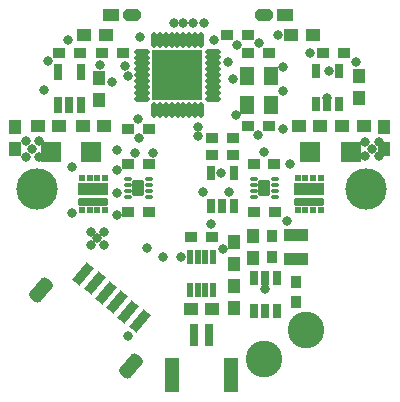
<source format=gts>
G04*
G04 #@! TF.GenerationSoftware,Altium Limited,Altium Designer,20.0.13 (296)*
G04*
G04 Layer_Color=8388736*
%FSLAX24Y24*%
%MOIN*%
G70*
G01*
G75*
G04:AMPARAMS|DCode=46|XSize=31.5mil|YSize=74.8mil|CornerRadius=0mil|HoleSize=0mil|Usage=FLASHONLY|Rotation=140.000|XOffset=0mil|YOffset=0mil|HoleType=Round|Shape=Rectangle|*
%AMROTATEDRECTD46*
4,1,4,0.0361,0.0185,-0.0120,-0.0388,-0.0361,-0.0185,0.0120,0.0388,0.0361,0.0185,0.0*
%
%ADD46ROTATEDRECTD46*%

G04:AMPARAMS|DCode=47|XSize=47.2mil|YSize=86.6mil|CornerRadius=13.8mil|HoleSize=0mil|Usage=FLASHONLY|Rotation=320.000|XOffset=0mil|YOffset=0mil|HoleType=Round|Shape=RoundedRectangle|*
%AMROUNDEDRECTD47*
21,1,0.0472,0.0591,0,0,320.0*
21,1,0.0197,0.0866,0,0,320.0*
1,1,0.0276,-0.0114,-0.0289*
1,1,0.0276,-0.0265,-0.0163*
1,1,0.0276,0.0114,0.0289*
1,1,0.0276,0.0265,0.0163*
%
%ADD47ROUNDEDRECTD47*%
%ADD48R,0.0315X0.0748*%
%ADD49R,0.0472X0.1181*%
%ADD50C,0.1220*%
%ADD51R,0.0480X0.0395*%
%ADD52R,0.0395X0.0480*%
%ADD53R,0.0257X0.0474*%
%ADD54R,0.0380X0.0430*%
%ADD55R,0.0208X0.0474*%
%ADD56R,0.0430X0.0380*%
%ADD57R,0.0787X0.0394*%
G04:AMPARAMS|DCode=58|XSize=100.4mil|YSize=26.2mil|CornerRadius=3.6mil|HoleSize=0mil|Usage=FLASHONLY|Rotation=180.000|XOffset=0mil|YOffset=0mil|HoleType=Round|Shape=RoundedRectangle|*
%AMROUNDEDRECTD58*
21,1,0.1004,0.0189,0,0,180.0*
21,1,0.0931,0.0262,0,0,180.0*
1,1,0.0073,-0.0466,0.0095*
1,1,0.0073,0.0466,0.0095*
1,1,0.0073,0.0466,-0.0095*
1,1,0.0073,-0.0466,-0.0095*
%
%ADD58ROUNDEDRECTD58*%
G04:AMPARAMS|DCode=59|XSize=100.4mil|YSize=43.3mil|CornerRadius=4.9mil|HoleSize=0mil|Usage=FLASHONLY|Rotation=180.000|XOffset=0mil|YOffset=0mil|HoleType=Round|Shape=RoundedRectangle|*
%AMROUNDEDRECTD59*
21,1,0.1004,0.0335,0,0,180.0*
21,1,0.0906,0.0433,0,0,180.0*
1,1,0.0098,-0.0453,0.0167*
1,1,0.0098,0.0453,0.0167*
1,1,0.0098,0.0453,-0.0167*
1,1,0.0098,-0.0453,-0.0167*
%
%ADD59ROUNDEDRECTD59*%
G04:AMPARAMS|DCode=60|XSize=21.7mil|YSize=21.7mil|CornerRadius=4.2mil|HoleSize=0mil|Usage=FLASHONLY|Rotation=180.000|XOffset=0mil|YOffset=0mil|HoleType=Round|Shape=RoundedRectangle|*
%AMROUNDEDRECTD60*
21,1,0.0217,0.0133,0,0,180.0*
21,1,0.0133,0.0217,0,0,180.0*
1,1,0.0084,-0.0066,0.0066*
1,1,0.0084,0.0066,0.0066*
1,1,0.0084,0.0066,-0.0066*
1,1,0.0084,-0.0066,-0.0066*
%
%ADD60ROUNDEDRECTD60*%
G04:AMPARAMS|DCode=61|XSize=15.7mil|YSize=23.6mil|CornerRadius=3.4mil|HoleSize=0mil|Usage=FLASHONLY|Rotation=90.000|XOffset=0mil|YOffset=0mil|HoleType=Round|Shape=RoundedRectangle|*
%AMROUNDEDRECTD61*
21,1,0.0157,0.0167,0,0,90.0*
21,1,0.0089,0.0236,0,0,90.0*
1,1,0.0069,0.0084,0.0044*
1,1,0.0069,0.0084,-0.0044*
1,1,0.0069,-0.0084,-0.0044*
1,1,0.0069,-0.0084,0.0044*
%
%ADD61ROUNDEDRECTD61*%
G04:AMPARAMS|DCode=62|XSize=55.1mil|YSize=39.4mil|CornerRadius=4.6mil|HoleSize=0mil|Usage=FLASHONLY|Rotation=90.000|XOffset=0mil|YOffset=0mil|HoleType=Round|Shape=RoundedRectangle|*
%AMROUNDEDRECTD62*
21,1,0.0551,0.0301,0,0,90.0*
21,1,0.0459,0.0394,0,0,90.0*
1,1,0.0093,0.0151,0.0229*
1,1,0.0093,0.0151,-0.0229*
1,1,0.0093,-0.0151,-0.0229*
1,1,0.0093,-0.0151,0.0229*
%
%ADD62ROUNDEDRECTD62*%
%ADD63R,0.0680X0.0710*%
%ADD64R,0.0513X0.0592*%
%ADD65R,0.0277X0.0552*%
G04:AMPARAMS|DCode=66|XSize=58mil|YSize=43mil|CornerRadius=0mil|HoleSize=0mil|Usage=FLASHONLY|Rotation=180.000|XOffset=0mil|YOffset=0mil|HoleType=Round|Shape=Octagon|*
%AMOCTAGOND66*
4,1,8,-0.0290,0.0108,-0.0290,-0.0108,-0.0183,-0.0215,0.0183,-0.0215,0.0290,-0.0108,0.0290,0.0108,0.0183,0.0215,-0.0183,0.0215,-0.0290,0.0108,0.0*
%
%ADD66OCTAGOND66*%

%ADD67R,0.0580X0.0430*%
%ADD68R,0.1694X0.1694*%
%ADD69O,0.0190X0.0513*%
%ADD70O,0.0513X0.0190*%
%ADD71C,0.1379*%
%ADD72C,0.0316*%
D46*
X37959Y17578D02*
D03*
X38336Y17262D02*
D03*
X38713Y16945D02*
D03*
X39090Y16629D02*
D03*
X39844Y15996D02*
D03*
X39467Y16313D02*
D03*
D47*
X36554Y17036D02*
D03*
X39554Y14518D02*
D03*
D48*
X42146Y15541D02*
D03*
X41654D02*
D03*
D49*
X42874Y14222D02*
D03*
X40926D02*
D03*
D50*
X44000Y14750D02*
D03*
X45400Y15700D02*
D03*
D51*
X41535Y16400D02*
D03*
X42265D02*
D03*
X47315Y22515D02*
D03*
X46585D02*
D03*
X45135D02*
D03*
X45865D02*
D03*
X45615Y25550D02*
D03*
X44885D02*
D03*
X38665Y22500D02*
D03*
X37935D02*
D03*
X36435D02*
D03*
X37165D02*
D03*
X37985Y25550D02*
D03*
X38715D02*
D03*
D52*
X42980Y16450D02*
D03*
Y17180D02*
D03*
X43620Y18115D02*
D03*
Y18845D02*
D03*
X42980Y17925D02*
D03*
Y18655D02*
D03*
X48000Y22465D02*
D03*
Y21735D02*
D03*
X47150Y24165D02*
D03*
Y23435D02*
D03*
X35700Y22465D02*
D03*
Y21735D02*
D03*
X38500Y24115D02*
D03*
Y23385D02*
D03*
D53*
X44404Y16337D02*
D03*
X44030D02*
D03*
X43656D02*
D03*
Y17437D02*
D03*
X44030D02*
D03*
X44404D02*
D03*
X42974Y19849D02*
D03*
X42226D02*
D03*
X42600D02*
D03*
X42226Y20951D02*
D03*
X42974D02*
D03*
X46474Y23249D02*
D03*
X45726D02*
D03*
X46100D02*
D03*
X45726Y24351D02*
D03*
X46474D02*
D03*
D54*
X45050Y17320D02*
D03*
Y16630D02*
D03*
X44240Y18150D02*
D03*
Y18840D02*
D03*
D55*
X41772Y17050D02*
D03*
X41516D02*
D03*
Y18150D02*
D03*
X41772D02*
D03*
X42028D02*
D03*
X42284D02*
D03*
X42028Y17050D02*
D03*
X42284D02*
D03*
D56*
X41560Y18800D02*
D03*
X42250D02*
D03*
X43652Y19651D02*
D03*
X44342D02*
D03*
X44332Y21251D02*
D03*
X43642D02*
D03*
X42260Y21550D02*
D03*
X42950D02*
D03*
X42260Y22100D02*
D03*
X42950D02*
D03*
X44140Y22500D02*
D03*
X43450D02*
D03*
X45960Y24950D02*
D03*
X46650D02*
D03*
X43460D02*
D03*
X44150D02*
D03*
X43450Y25549D02*
D03*
X42760D02*
D03*
X39460Y19650D02*
D03*
X40150D02*
D03*
X40140Y21251D02*
D03*
X39450D02*
D03*
Y22400D02*
D03*
X40140D02*
D03*
X37160Y24950D02*
D03*
X37850D02*
D03*
X39290D02*
D03*
X38600D02*
D03*
D57*
X45040Y18083D02*
D03*
Y18870D02*
D03*
D58*
X45496Y19993D02*
D03*
X38300Y19994D02*
D03*
D59*
X45496Y20422D02*
D03*
X38300Y20423D02*
D03*
D60*
X45112Y20790D02*
D03*
X45368D02*
D03*
X45624D02*
D03*
X45880D02*
D03*
Y19707D02*
D03*
X45624D02*
D03*
X45368D02*
D03*
X45112D02*
D03*
X37916Y20791D02*
D03*
X38172D02*
D03*
X38428D02*
D03*
X38684D02*
D03*
Y19709D02*
D03*
X38428D02*
D03*
X38172D02*
D03*
X37916D02*
D03*
D61*
X43637Y20746D02*
D03*
Y20549D02*
D03*
Y20352D02*
D03*
Y20155D02*
D03*
X44346D02*
D03*
Y20352D02*
D03*
Y20549D02*
D03*
Y20746D02*
D03*
X40154Y20155D02*
D03*
Y20352D02*
D03*
Y20548D02*
D03*
Y20745D02*
D03*
X39446D02*
D03*
Y20548D02*
D03*
Y20352D02*
D03*
Y20155D02*
D03*
D62*
X43992Y20451D02*
D03*
X39800Y20450D02*
D03*
D63*
X46875Y21650D02*
D03*
X45525D02*
D03*
X36875D02*
D03*
X38225D02*
D03*
D64*
X43430Y24190D02*
D03*
X44220D02*
D03*
X43430Y23220D02*
D03*
X44220D02*
D03*
D65*
X37874Y24301D02*
D03*
X37126D02*
D03*
X37500Y23199D02*
D03*
X37126D02*
D03*
X37874D02*
D03*
D66*
X44000Y26197D02*
D03*
X39600D02*
D03*
D67*
X44700D02*
D03*
X38900D02*
D03*
D68*
X41100Y24200D02*
D03*
D69*
X41888Y25370D02*
D03*
X41692D02*
D03*
X41495D02*
D03*
X41298D02*
D03*
X41101D02*
D03*
X40904D02*
D03*
X40707D02*
D03*
X40510D02*
D03*
X40310D02*
D03*
X40316Y23030D02*
D03*
X40512D02*
D03*
X40709D02*
D03*
X40906D02*
D03*
X41103D02*
D03*
X41300D02*
D03*
X41497D02*
D03*
X41694D02*
D03*
X41890D02*
D03*
D70*
X39930Y23416D02*
D03*
Y23612D02*
D03*
Y23809D02*
D03*
Y24006D02*
D03*
Y24203D02*
D03*
Y24400D02*
D03*
Y24597D02*
D03*
Y24794D02*
D03*
Y24990D02*
D03*
X42270Y24994D02*
D03*
Y24798D02*
D03*
Y24601D02*
D03*
Y24404D02*
D03*
Y24207D02*
D03*
Y24010D02*
D03*
Y23813D02*
D03*
Y23616D02*
D03*
Y23420D02*
D03*
D71*
X47372Y20400D02*
D03*
X36428D02*
D03*
D72*
X47570Y21740D02*
D03*
X47820Y21500D02*
D03*
Y21980D02*
D03*
X47350Y21500D02*
D03*
Y21980D02*
D03*
X36250Y21760D02*
D03*
X36470Y21490D02*
D03*
Y22010D02*
D03*
X36060Y21490D02*
D03*
X36040Y22020D02*
D03*
X41700Y24690D02*
D03*
X41688Y24207D02*
D03*
X41780Y22490D02*
D03*
Y22170D02*
D03*
X42940Y24080D02*
D03*
X42781Y24651D02*
D03*
X39830Y22120D02*
D03*
X40300Y21625D02*
D03*
X39678D02*
D03*
X39450Y15520D02*
D03*
X39100Y21700D02*
D03*
X36640Y23710D02*
D03*
X37460Y25380D02*
D03*
X39860Y25480D02*
D03*
X47040Y24650D02*
D03*
X43795Y22227D02*
D03*
X43970Y21630D02*
D03*
X44760Y19360D02*
D03*
X42830Y20300D02*
D03*
X42610Y18420D02*
D03*
X44030Y17070D02*
D03*
X38910Y23990D02*
D03*
X38520Y24550D02*
D03*
X43811Y25264D02*
D03*
X39790Y22730D02*
D03*
X44436Y25550D02*
D03*
X46140Y24340D02*
D03*
X44630Y22400D02*
D03*
X40612Y18153D02*
D03*
X41225D02*
D03*
X40070Y18440D02*
D03*
X38650Y18990D02*
D03*
X38210D02*
D03*
X38420Y18770D02*
D03*
X38210Y18530D02*
D03*
X38650D02*
D03*
X45530Y24950D02*
D03*
X43097Y25212D02*
D03*
X42315Y25370D02*
D03*
X41950Y20300D02*
D03*
X42540Y20950D02*
D03*
X43060Y22865D02*
D03*
X46100Y23446D02*
D03*
X42225Y19246D02*
D03*
X36780Y24670D02*
D03*
X39450Y24180D02*
D03*
X39341Y24513D02*
D03*
X41630Y25950D02*
D03*
X41990D02*
D03*
X40970D02*
D03*
X41300D02*
D03*
X44630Y23690D02*
D03*
Y24495D02*
D03*
X37590Y19610D02*
D03*
X37600Y21130D02*
D03*
X39070Y19550D02*
D03*
X39100Y20280D02*
D03*
X39075Y21055D02*
D03*
X44850Y21250D02*
D03*
M02*

</source>
